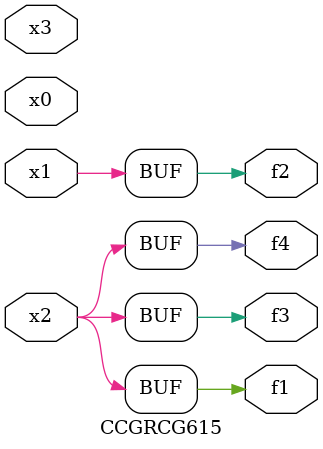
<source format=v>
module CCGRCG615(
	input x0, x1, x2, x3,
	output f1, f2, f3, f4
);
	assign f1 = x2;
	assign f2 = x1;
	assign f3 = x2;
	assign f4 = x2;
endmodule

</source>
